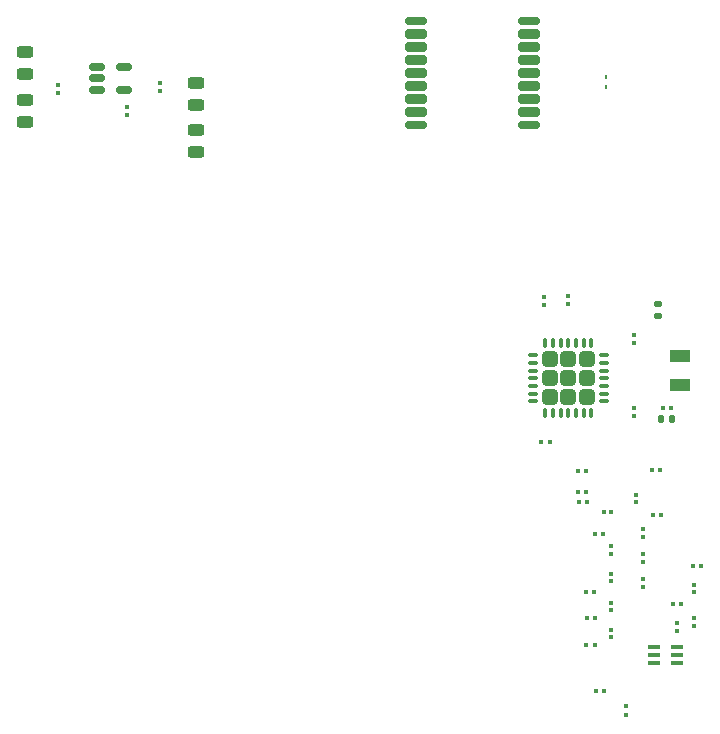
<source format=gtp>
G04 #@! TF.GenerationSoftware,KiCad,Pcbnew,9.99.0-4546-gb76221958b*
G04 #@! TF.CreationDate,2026-01-23T23:00:34+05:00*
G04 #@! TF.ProjectId,Transmitter board,5472616e-736d-4697-9474-657220626f61,rev?*
G04 #@! TF.SameCoordinates,Original*
G04 #@! TF.FileFunction,Paste,Top*
G04 #@! TF.FilePolarity,Positive*
%FSLAX46Y46*%
G04 Gerber Fmt 4.6, Leading zero omitted, Abs format (unit mm)*
G04 Created by KiCad (PCBNEW 9.99.0-4546-gb76221958b) date 2026-01-23 23:00:34*
%MOMM*%
%LPD*%
G01*
G04 APERTURE LIST*
G04 Aperture macros list*
%AMRoundRect*
0 Rectangle with rounded corners*
0 $1 Rounding radius*
0 $2 $3 $4 $5 $6 $7 $8 $9 X,Y pos of 4 corners*
0 Add a 4 corners polygon primitive as box body*
4,1,4,$2,$3,$4,$5,$6,$7,$8,$9,$2,$3,0*
0 Add four circle primitives for the rounded corners*
1,1,$1+$1,$2,$3*
1,1,$1+$1,$4,$5*
1,1,$1+$1,$6,$7*
1,1,$1+$1,$8,$9*
0 Add four rect primitives between the rounded corners*
20,1,$1+$1,$2,$3,$4,$5,0*
20,1,$1+$1,$4,$5,$6,$7,0*
20,1,$1+$1,$6,$7,$8,$9,0*
20,1,$1+$1,$8,$9,$2,$3,0*%
G04 Aperture macros list end*
%ADD10R,1.800000X1.000000*%
%ADD11RoundRect,0.079500X0.079500X0.100500X-0.079500X0.100500X-0.079500X-0.100500X0.079500X-0.100500X0*%
%ADD12RoundRect,0.140000X-0.140000X-0.170000X0.140000X-0.170000X0.140000X0.170000X-0.140000X0.170000X0*%
%ADD13RoundRect,0.079500X-0.079500X-0.100500X0.079500X-0.100500X0.079500X0.100500X-0.079500X0.100500X0*%
%ADD14RoundRect,0.175000X-0.725000X-0.175000X0.725000X-0.175000X0.725000X0.175000X-0.725000X0.175000X0*%
%ADD15RoundRect,0.200000X-0.700000X-0.200000X0.700000X-0.200000X0.700000X0.200000X-0.700000X0.200000X0*%
%ADD16RoundRect,0.079500X-0.100500X0.079500X-0.100500X-0.079500X0.100500X-0.079500X0.100500X0.079500X0*%
%ADD17RoundRect,0.079500X0.100500X-0.079500X0.100500X0.079500X-0.100500X0.079500X-0.100500X-0.079500X0*%
%ADD18RoundRect,0.249999X0.395001X0.395001X-0.395001X0.395001X-0.395001X-0.395001X0.395001X-0.395001X0*%
%ADD19RoundRect,0.075000X0.312500X0.075000X-0.312500X0.075000X-0.312500X-0.075000X0.312500X-0.075000X0*%
%ADD20RoundRect,0.075000X0.075000X0.312500X-0.075000X0.312500X-0.075000X-0.312500X0.075000X-0.312500X0*%
%ADD21RoundRect,0.062500X0.062500X-0.117500X0.062500X0.117500X-0.062500X0.117500X-0.062500X-0.117500X0*%
%ADD22R,0.300000X0.300000*%
%ADD23RoundRect,0.243750X-0.456250X0.243750X-0.456250X-0.243750X0.456250X-0.243750X0.456250X0.243750X0*%
%ADD24RoundRect,0.243750X0.456250X-0.243750X0.456250X0.243750X-0.456250X0.243750X-0.456250X-0.243750X0*%
%ADD25RoundRect,0.150000X-0.512500X-0.150000X0.512500X-0.150000X0.512500X0.150000X-0.512500X0.150000X0*%
%ADD26RoundRect,0.140000X-0.170000X0.140000X-0.170000X-0.140000X0.170000X-0.140000X0.170000X0.140000X0*%
%ADD27O,1.050000X0.400000*%
G04 APERTURE END LIST*
D10*
X97830000Y-53890000D03*
X97830000Y-56390000D03*
D11*
X97965000Y-74900000D03*
X97275000Y-74900000D03*
D12*
X96240000Y-59300000D03*
X97200000Y-59300000D03*
D13*
X86106000Y-61214000D03*
X86796000Y-61214000D03*
D14*
X75514000Y-25572000D03*
D15*
X75514000Y-26672000D03*
X75514000Y-27772000D03*
X75514000Y-28872000D03*
X75514000Y-29972000D03*
X75514000Y-31072000D03*
X75514000Y-32172000D03*
X75514000Y-33272000D03*
D14*
X75514000Y-34372000D03*
X85014000Y-34372000D03*
D15*
X85014000Y-33272000D03*
X85014000Y-32172000D03*
X85014000Y-31072000D03*
X85014000Y-29972000D03*
X85014000Y-28872000D03*
X85014000Y-27772000D03*
X85014000Y-26672000D03*
D14*
X85014000Y-25572000D03*
D16*
X86360000Y-48931000D03*
X86360000Y-49621000D03*
D17*
X99000000Y-76825000D03*
X99000000Y-76135000D03*
D13*
X89210000Y-65400000D03*
X89900000Y-65400000D03*
D18*
X89992000Y-57404000D03*
X89992000Y-55804000D03*
X89992000Y-54204000D03*
X88392000Y-57404000D03*
X88392000Y-55804000D03*
X88392000Y-54204000D03*
X86792000Y-57404000D03*
X86792000Y-55804000D03*
X86792000Y-54204000D03*
D19*
X91379500Y-57754000D03*
X91379500Y-57104000D03*
X91379500Y-56454000D03*
X91379500Y-55804000D03*
X91379500Y-55154000D03*
X91379500Y-54504000D03*
X91379500Y-53854000D03*
D20*
X90342000Y-52816500D03*
X89692000Y-52816500D03*
X89042000Y-52816500D03*
X88392000Y-52816500D03*
X87742000Y-52816500D03*
X87092000Y-52816500D03*
X86442000Y-52816500D03*
D19*
X85404500Y-53854000D03*
X85404500Y-54504000D03*
X85404500Y-55154000D03*
X85404500Y-55804000D03*
X85404500Y-56454000D03*
X85404500Y-57104000D03*
X85404500Y-57754000D03*
D20*
X86442000Y-58791500D03*
X87092000Y-58791500D03*
X87742000Y-58791500D03*
X88392000Y-58791500D03*
X89042000Y-58791500D03*
X89692000Y-58791500D03*
X90342000Y-58791500D03*
D17*
X93980000Y-59019000D03*
X93980000Y-58329000D03*
D11*
X90625000Y-76100000D03*
X89935000Y-76100000D03*
D17*
X97600000Y-77200000D03*
X97600000Y-76510000D03*
D21*
X91606000Y-30314000D03*
X91606000Y-31154000D03*
D16*
X53848000Y-30831000D03*
X53848000Y-31521000D03*
X45212000Y-30988000D03*
X45212000Y-31678000D03*
D22*
X92000000Y-74800000D03*
X92000000Y-75400000D03*
D16*
X51054000Y-32838000D03*
X51054000Y-33528000D03*
X93980000Y-52167000D03*
X93980000Y-52857000D03*
D13*
X89210000Y-63700000D03*
X89900000Y-63700000D03*
D23*
X56896000Y-30812500D03*
X56896000Y-32687500D03*
D22*
X99000000Y-73300000D03*
X99000000Y-73900000D03*
D11*
X99645000Y-71700000D03*
X98955000Y-71700000D03*
D24*
X56896000Y-36654500D03*
X56896000Y-34779500D03*
D17*
X94700000Y-69225000D03*
X94700000Y-68535000D03*
D13*
X95535000Y-67400000D03*
X96225000Y-67400000D03*
D22*
X92000000Y-77100000D03*
X92000000Y-77700000D03*
X92000000Y-67100000D03*
X91400000Y-67100000D03*
D24*
X42418000Y-34133000D03*
X42418000Y-32258000D03*
D11*
X91345000Y-69000000D03*
X90655000Y-69000000D03*
D16*
X93300000Y-83600000D03*
X93300000Y-84290000D03*
D23*
X42418000Y-28194000D03*
X42418000Y-30069000D03*
D13*
X89275000Y-66300000D03*
X89965000Y-66300000D03*
X96410000Y-58300000D03*
X97100000Y-58300000D03*
D17*
X94700000Y-73465000D03*
X94700000Y-72775000D03*
D25*
X48514000Y-29464000D03*
X48514000Y-30414000D03*
X48514000Y-31364000D03*
X50789000Y-31364000D03*
X50789000Y-29464000D03*
D26*
X96012000Y-49558000D03*
X96012000Y-50518000D03*
D11*
X90600000Y-78400000D03*
X89910000Y-78400000D03*
D16*
X88392000Y-48840000D03*
X88392000Y-49530000D03*
D27*
X95600000Y-78600000D03*
X95600000Y-79250000D03*
X95600000Y-79900000D03*
X97600000Y-79900000D03*
X97600000Y-79250000D03*
X97600000Y-78600000D03*
D11*
X90590000Y-73900000D03*
X89900000Y-73900000D03*
D13*
X95475000Y-63600000D03*
X96165000Y-63600000D03*
D22*
X92000000Y-72400000D03*
X92000000Y-73000000D03*
D17*
X92000000Y-70690000D03*
X92000000Y-70000000D03*
D13*
X90710000Y-82300000D03*
X91400000Y-82300000D03*
D17*
X94700000Y-71390000D03*
X94700000Y-70700000D03*
D22*
X94100000Y-65700000D03*
X94100000Y-66300000D03*
M02*

</source>
